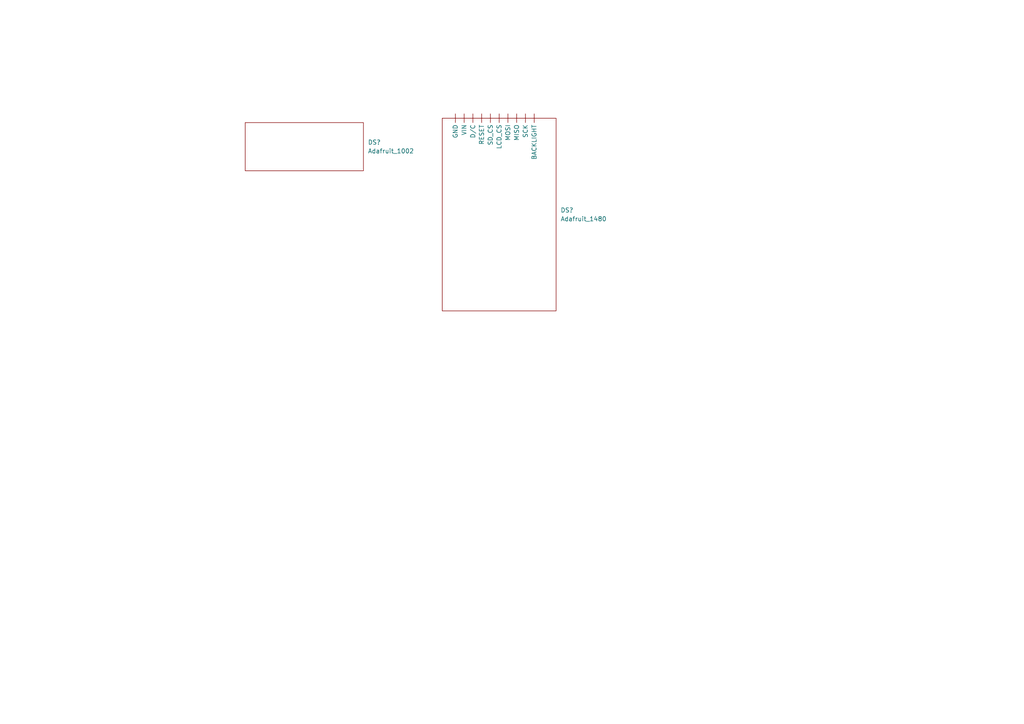
<source format=kicad_sch>
(kicad_sch (version 20211123) (generator eeschema)
  (paper "A4")
  (lib_symbols
    (symbol "MCU_Module:Adafruit_1002"
      (property "Reference" "DS" (at -15.24 8.89 0))
      (property "Value" "Adafruit_1002" (at 11.43 -7.62 0))
      (symbol "Adafruit_1002_0_1"
        (rectangle (start -16.51 7.62) (end 17.78 -6.35))
      )
    )
    (symbol "MCU_Module:Adafruit_1480"
      (property "Reference" "DS" (at 7.62 -13.97 0))
      (property "Value" "Adafruit_1480" (at -1.27 -13.97 0))
      (symbol "Adafruit_1480_0_1"
        (rectangle (start -27.94 17.78) (end 27.94 -15.24))
      )
      (symbol "Adafruit_1480_1_1"
        (pin output line (at -29.21 11.43 0) (length 2.54) (name "BACKLIGHT") (number ""))
        (pin input line (at -29.21 -6.35 0) (length 2.54) (name "D/C") (number ""))
        (pin input line (at -29.21 -11.43 0) (length 2.54) (name "GND") (number ""))
        (pin input line (at -29.21 1.27 0) (length 2.54) (name "LCD_CS") (number ""))
        (pin output line (at -29.21 6.35 0) (length 2.54) (name "MISO") (number ""))
        (pin input line (at -29.21 3.81 0) (length 2.54) (name "MOSI") (number ""))
        (pin input line (at -29.21 -3.81 0) (length 2.54) (name "RESET") (number ""))
        (pin output line (at -29.21 8.89 0) (length 2.54) (name "SCK") (number ""))
        (pin input line (at -29.21 -1.27 0) (length 2.54) (name "SD_CS") (number ""))
        (pin input line (at -29.21 -8.89 0) (length 2.54) (name "VIN") (number ""))
      )
    )
  )
  (symbol (lib_id "MCU_Module:Adafruit_1002") (at 87.63 43.18 0) (unit 1)
    (property "Reference" "DS?" (at 106.68 41.2749 0) (effects (justify left)))
    (property "Value" "Adafruit_1002" (at 106.68 43.8149 0) (effects (justify left)))
  )
  (symbol (lib_id "MCU_Module:Adafruit_1480") (at 143.51 62.23 270) (unit 1)
    (property "Reference" "DS?" (at 162.56 60.9599 90) (effects (justify left)))
    (property "Value" "Adafruit_1480" (at 162.56 63.4999 90) (effects (justify left)))
  )
)
</source>
